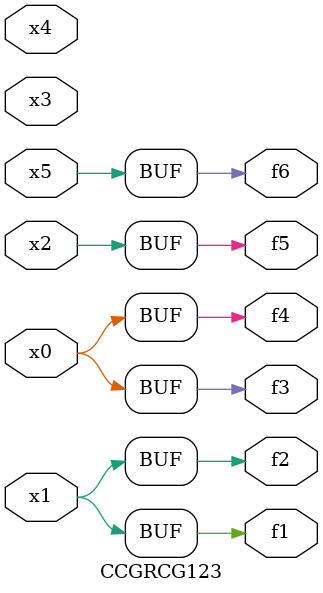
<source format=v>
module CCGRCG123(
	input x0, x1, x2, x3, x4, x5,
	output f1, f2, f3, f4, f5, f6
);
	assign f1 = x1;
	assign f2 = x1;
	assign f3 = x0;
	assign f4 = x0;
	assign f5 = x2;
	assign f6 = x5;
endmodule

</source>
